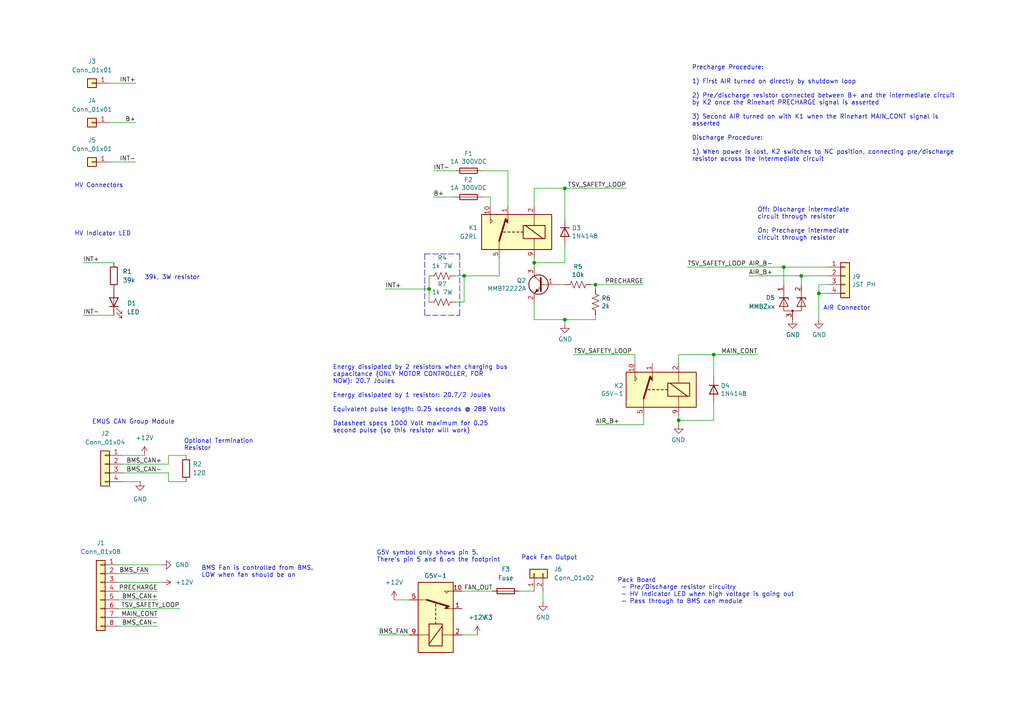
<source format=kicad_sch>
(kicad_sch (version 20211123) (generator eeschema)
  (paper "A4")
  (lib_symbols
    (symbol "Connector_Generic:Conn_01x01" (pin_names (offset 1.016) hide)
      (property "Reference" "J" (at 0 2.54 0))
      (property "Value" "Conn_01x01" (at 0 -2.54 0))
      (symbol "Conn_01x01_1_1"
        (rectangle (start -1.27 0.127) (end 0 -0.127) (stroke (width 0.1524)))
        (rectangle (start -1.27 1.27) (end 1.27 -1.27) (stroke (width 0.254)) (fill (type background)))
        (pin passive line (at -5.08 0 0) (length 3.81) (name "Pin_1") (number "1"))
      )
    )
    (symbol "Connector_Generic:Conn_01x02" (pin_names (offset 1.016) hide)
      (property "Reference" "J" (at 0 2.54 0))
      (property "Value" "Conn_01x02" (at 0 -5.08 0))
      (symbol "Conn_01x02_1_1"
        (rectangle (start -1.27 -2.413) (end 0 -2.667) (stroke (width 0.1524)))
        (rectangle (start -1.27 0.127) (end 0 -0.127) (stroke (width 0.1524)))
        (rectangle (start -1.27 1.27) (end 1.27 -3.81) (stroke (width 0.254)) (fill (type background)))
        (pin passive line (at -5.08 0 0) (length 3.81) (name "Pin_1") (number "1"))
        (pin passive line (at -5.08 -2.54 0) (length 3.81) (name "Pin_2") (number "2"))
      )
    )
    (symbol "Connector_Generic:Conn_01x04" (pin_names (offset 1.016) hide)
      (property "Reference" "J" (at 0 5.08 0))
      (property "Value" "Conn_01x04" (at 0 -7.62 0))
      (symbol "Conn_01x04_1_1"
        (rectangle (start -1.27 -4.953) (end 0 -5.207) (stroke (width 0.1524)))
        (rectangle (start -1.27 -2.413) (end 0 -2.667) (stroke (width 0.1524)))
        (rectangle (start -1.27 0.127) (end 0 -0.127) (stroke (width 0.1524)))
        (rectangle (start -1.27 2.667) (end 0 2.413) (stroke (width 0.1524)))
        (rectangle (start -1.27 3.81) (end 1.27 -6.35) (stroke (width 0.254)) (fill (type background)))
        (pin passive line (at -5.08 2.54 0) (length 3.81) (name "Pin_1") (number "1"))
        (pin passive line (at -5.08 0 0) (length 3.81) (name "Pin_2") (number "2"))
        (pin passive line (at -5.08 -2.54 0) (length 3.81) (name "Pin_3") (number "3"))
        (pin passive line (at -5.08 -5.08 0) (length 3.81) (name "Pin_4") (number "4"))
      )
    )
    (symbol "Connector_Generic:Conn_01x08" (pin_names (offset 1.016) hide)
      (property "Reference" "J" (at 0 10.16 0))
      (property "Value" "Conn_01x08" (at 0 -12.7 0))
      (symbol "Conn_01x08_1_1"
        (rectangle (start -1.27 -10.033) (end 0 -10.287) (stroke (width 0.1524)))
        (rectangle (start -1.27 -7.493) (end 0 -7.747) (stroke (width 0.1524)))
        (rectangle (start -1.27 -4.953) (end 0 -5.207) (stroke (width 0.1524)))
        (rectangle (start -1.27 -2.413) (end 0 -2.667) (stroke (width 0.1524)))
        (rectangle (start -1.27 0.127) (end 0 -0.127) (stroke (width 0.1524)))
        (rectangle (start -1.27 2.667) (end 0 2.413) (stroke (width 0.1524)))
        (rectangle (start -1.27 5.207) (end 0 4.953) (stroke (width 0.1524)))
        (rectangle (start -1.27 7.747) (end 0 7.493) (stroke (width 0.1524)))
        (rectangle (start -1.27 8.89) (end 1.27 -11.43) (stroke (width 0.254)) (fill (type background)))
        (pin passive line (at -5.08 7.62 0) (length 3.81) (name "Pin_1") (number "1"))
        (pin passive line (at -5.08 5.08 0) (length 3.81) (name "Pin_2") (number "2"))
        (pin passive line (at -5.08 2.54 0) (length 3.81) (name "Pin_3") (number "3"))
        (pin passive line (at -5.08 0 0) (length 3.81) (name "Pin_4") (number "4"))
        (pin passive line (at -5.08 -2.54 0) (length 3.81) (name "Pin_5") (number "5"))
        (pin passive line (at -5.08 -5.08 0) (length 3.81) (name "Pin_6") (number "6"))
        (pin passive line (at -5.08 -7.62 0) (length 3.81) (name "Pin_7") (number "7"))
        (pin passive line (at -5.08 -10.16 0) (length 3.81) (name "Pin_8") (number "8"))
      )
    )
    (symbol "Device:Fuse" (pin_numbers hide) (pin_names (offset 0))
      (property "Reference" "F" (at 2.032 0 90))
      (property "Value" "Fuse" (at -1.905 0 90))
      (symbol "Fuse_0_1"
        (rectangle (start -0.762 -2.54) (end 0.762 2.54) (stroke (width 0.254)))
        (polyline (pts (xy 0 2.54) (xy 0 -2.54)))
      )
      (symbol "Fuse_1_1"
        (pin passive line (at 0 3.81 270) (length 1.27) (name "~") (number "1"))
        (pin passive line (at 0 -3.81 90) (length 1.27) (name "~") (number "2"))
      )
    )
    (symbol "Device:LED" (pin_numbers hide) (pin_names (offset 1.016) hide)
      (property "Reference" "D" (at 0 2.54 0))
      (property "Value" "LED" (at 0 -2.54 0))
      (symbol "LED_0_1"
        (polyline (pts (xy -1.27 -1.27) (xy -1.27 1.27)) (stroke (width 0.254)))
        (polyline (pts (xy -1.27 0) (xy 1.27 0)))
        (polyline (pts (xy 1.27 -1.27) (xy 1.27 1.27) (xy -1.27 0) (xy 1.27 -1.27)) (stroke (width 0.254)))
        (polyline (pts (xy -3.048 -0.762) (xy -4.572 -2.286) (xy -3.81 -2.286) (xy -4.572 -2.286) (xy -4.572 -1.524)))
        (polyline (pts (xy -1.778 -0.762) (xy -3.302 -2.286) (xy -2.54 -2.286) (xy -3.302 -2.286) (xy -3.302 -1.524)))
      )
      (symbol "LED_1_1"
        (pin passive line (at -3.81 0 0) (length 2.54) (name "K") (number "1"))
        (pin passive line (at 3.81 0 180) (length 2.54) (name "A") (number "2"))
      )
    )
    (symbol "Device:Q_NPN_BEC" (pin_names (offset 0) hide)
      (property "Reference" "Q" (at 5.08 1.27 0))
      (property "Value" "Q_NPN_BEC" (at 5.08 -1.27 0))
      (symbol "Q_NPN_BEC_0_1"
        (polyline (pts (xy 0.635 0.635) (xy 2.54 2.54)))
        (polyline (pts (xy 0.635 -0.635) (xy 2.54 -2.54) (xy 2.54 -2.54)))
        (polyline (pts (xy 0.635 1.905) (xy 0.635 -1.905) (xy 0.635 -1.905)) (stroke (width 0.508)))
        (polyline (pts (xy 1.27 -1.778) (xy 1.778 -1.27) (xy 2.286 -2.286) (xy 1.27 -1.778) (xy 1.27 -1.778)) (fill (type outline)))
        (circle (center 1.27 0) (radius 2.8194) (stroke (width 0.254)))
      )
      (symbol "Q_NPN_BEC_1_1"
        (pin input line (at -5.08 0 0) (length 5.715) (name "B") (number "1"))
        (pin passive line (at 2.54 -5.08 90) (length 2.54) (name "E") (number "2"))
        (pin passive line (at 2.54 5.08 270) (length 2.54) (name "C") (number "3"))
      )
    )
    (symbol "Device:R" (pin_numbers hide) (pin_names (offset 0))
      (property "Reference" "R" (at 2.032 0 90))
      (property "Value" "R" (at 0 0 90))
      (symbol "R_0_1"
        (rectangle (start -1.016 -2.54) (end 1.016 2.54) (stroke (width 0.254)))
      )
      (symbol "R_1_1"
        (pin passive line (at 0 3.81 270) (length 1.27) (name "~") (number "1"))
        (pin passive line (at 0 -3.81 90) (length 1.27) (name "~") (number "2"))
      )
    )
    (symbol "Device:R_US" (pin_numbers hide) (pin_names (offset 0))
      (property "Reference" "R" (at 2.54 0 90))
      (property "Value" "R_US" (at -2.54 0 90))
      (symbol "R_US_0_1"
        (polyline (pts (xy 0 -2.286) (xy 0 -2.54)))
        (polyline (pts (xy 0 2.286) (xy 0 2.54)))
        (polyline (pts (xy 0 -0.762) (xy 1.016 -1.143) (xy 0 -1.524) (xy -1.016 -1.905) (xy 0 -2.286)))
        (polyline (pts (xy 0 0.762) (xy 1.016 0.381) (xy 0 0) (xy -1.016 -0.381) (xy 0 -0.762)))
        (polyline (pts (xy 0 2.286) (xy 1.016 1.905) (xy 0 1.524) (xy -1.016 1.143) (xy 0 0.762)))
      )
      (symbol "R_US_1_1"
        (pin passive line (at 0 3.81 270) (length 1.27) (name "~") (number "1"))
        (pin passive line (at 0 -3.81 90) (length 1.27) (name "~") (number "2"))
      )
    )
    (symbol "Diode:1N4148" (pin_numbers hide) (pin_names (offset 1.016) hide)
      (property "Reference" "D" (at 0 2.54 0))
      (property "Value" "1N4148" (at 0 -2.54 0))
      (symbol "1N4148_0_1"
        (polyline (pts (xy -1.27 1.27) (xy -1.27 -1.27)) (stroke (width 0.254)))
        (polyline (pts (xy 1.27 0) (xy -1.27 0)))
        (polyline (pts (xy 1.27 1.27) (xy 1.27 -1.27) (xy -1.27 0) (xy 1.27 1.27)) (stroke (width 0.254)))
      )
      (symbol "1N4148_1_1"
        (pin passive line (at -3.81 0 0) (length 2.54) (name "K") (number "1"))
        (pin passive line (at 3.81 0 180) (length 2.54) (name "A") (number "2"))
      )
    )
    (symbol "Diode:MMBZxx" (pin_names (offset 1.016) hide)
      (property "Reference" "D" (at 3.81 2.54 0))
      (property "Value" "MMBZxx" (at 3.81 0 0))
      (symbol "MMBZxx_0_1"
        (circle (center 0 -2.54) (radius 0.254) (fill (type outline)))
        (polyline (pts (xy -2.54 -1.27) (xy -2.54 2.54)))
        (polyline (pts (xy 2.54 -1.27) (xy 2.54 2.54)))
        (polyline (pts (xy -3.81 1.27) (xy -1.27 1.27) (xy -1.27 0.762)) (stroke (width 0.254)))
        (polyline (pts (xy 1.27 1.27) (xy 3.81 1.27) (xy 3.81 0.762)) (stroke (width 0.254)))
        (polyline (pts (xy -2.54 0) (xy -2.54 -2.54) (xy 2.54 -2.54) (xy 2.54 0)))
      )
      (symbol "MMBZxx_1_1"
        (polyline (pts (xy -3.81 -1.27) (xy -1.27 -1.27) (xy -2.54 1.27) (xy -3.81 -1.27)) (stroke (width 0.2032)))
        (polyline (pts (xy 1.27 -1.27) (xy 3.81 -1.27) (xy 2.54 1.27) (xy 1.27 -1.27)) (stroke (width 0.2032)))
        (pin passive line (at -2.54 5.08 270) (length 2.54) (name "K") (number "1"))
        (pin passive line (at 2.54 5.08 270) (length 2.54) (name "K") (number "2"))
        (pin passive line (at 0 -5.08 90) (length 2.54) (name "A") (number "3"))
      )
    )
    (symbol "G5V-1_1"
      (property "Reference" "K3" (at 0 15.24 90))
      (property "Value" "G5V-1_1" (at 0 12.7 90))
      (symbol "G5V-1_1_0_0"
        (polyline (pts (xy 7.62 5.08) (xy 7.62 2.54) (xy 6.985 3.175) (xy 7.62 3.81)))
      )
      (symbol "G5V-1_1_0_1"
        (rectangle (start -10.16 5.08) (end 10.16 -5.08) (stroke (width 0.254)) (fill (type background)))
        (rectangle (start -8.255 1.905) (end -1.905 -1.905) (stroke (width 0.254)))
        (polyline (pts (xy -7.62 -1.905) (xy -2.54 1.905)) (stroke (width 0.254)))
        (polyline (pts (xy -5.08 -5.08) (xy -5.08 -1.905)))
        (polyline (pts (xy -5.08 5.08) (xy -5.08 1.905)))
        (polyline (pts (xy -1.905 0) (xy -1.27 0)) (stroke (width 0.254)))
        (polyline (pts (xy -0.635 0) (xy 0 0)) (stroke (width 0.254)))
        (polyline (pts (xy 0.635 0) (xy 1.27 0)) (stroke (width 0.254)))
        (polyline (pts (xy 1.905 0) (xy 2.54 0)) (stroke (width 0.254)))
        (polyline (pts (xy 3.175 0) (xy 3.81 0)) (stroke (width 0.254)))
        (polyline (pts (xy 5.08 -2.54) (xy 3.175 3.81)) (stroke (width 0.508)))
        (polyline (pts (xy 5.08 -2.54) (xy 5.08 -5.08)))
        (polyline (pts (xy 2.54 5.08) (xy 2.54 2.54) (xy 3.175 3.175) (xy 2.54 3.81)) (fill (type outline)))
      )
      (symbol "G5V-1_1_1_1"
        (pin passive line (at 2.54 7.62 270) (length 2.54) (name "~") (number "1"))
        (pin passive line (at 7.62 7.62 270) (length 2.54) (name "~") (number "10"))
        (pin passive line (at -5.08 7.62 270) (length 2.54) (name "~") (number "2"))
        (pin passive line (at 5.08 -7.62 90) (length 2.54) (name "~") (number "5"))
        (pin passive line (at 5.08 -7.62 90) (length 2.54) hide (name "~") (number "6"))
        (pin passive line (at -5.08 -7.62 90) (length 2.54) (name "~") (number "9"))
      )
    )
    (symbol "Relay:G5V-1"
      (property "Reference" "K" (at 11.43 3.81 0))
      (property "Value" "G5V-1" (at 11.43 1.27 0))
      (symbol "G5V-1_0_0"
        (polyline (pts (xy 7.62 5.08) (xy 7.62 2.54) (xy 6.985 3.175) (xy 7.62 3.81)))
      )
      (symbol "G5V-1_0_1"
        (rectangle (start -10.16 5.08) (end 10.16 -5.08) (stroke (width 0.254)) (fill (type background)))
        (rectangle (start -8.255 1.905) (end -1.905 -1.905) (stroke (width 0.254)))
        (polyline (pts (xy -7.62 -1.905) (xy -2.54 1.905)) (stroke (width 0.254)))
        (polyline (pts (xy -5.08 -5.08) (xy -5.08 -1.905)))
        (polyline (pts (xy -5.08 5.08) (xy -5.08 1.905)))
        (polyline (pts (xy -1.905 0) (xy -1.27 0)) (stroke (width 0.254)))
        (polyline (pts (xy -0.635 0) (xy 0 0)) (stroke (width 0.254)))
        (polyline (pts (xy 0.635 0) (xy 1.27 0)) (stroke (width 0.254)))
        (polyline (pts (xy 1.905 0) (xy 2.54 0)) (stroke (width 0.254)))
        (polyline (pts (xy 3.175 0) (xy 3.81 0)) (stroke (width 0.254)))
        (polyline (pts (xy 5.08 -2.54) (xy 3.175 3.81)) (stroke (width 0.508)))
        (polyline (pts (xy 5.08 -2.54) (xy 5.08 -5.08)))
        (polyline (pts (xy 2.54 5.08) (xy 2.54 2.54) (xy 3.175 3.175) (xy 2.54 3.81)) (fill (type outline)))
      )
      (symbol "G5V-1_1_1"
        (pin passive line (at 2.54 7.62 270) (length 2.54) (name "~") (number "1"))
        (pin passive line (at 7.62 7.62 270) (length 2.54) (name "~") (number "10"))
        (pin passive line (at -5.08 7.62 270) (length 2.54) (name "~") (number "2"))
        (pin passive line (at 5.08 -7.62 90) (length 2.54) (name "~") (number "5"))
        (pin passive line (at 5.08 -7.62 90) (length 2.54) hide (name "~") (number "6"))
        (pin passive line (at -5.08 -7.62 90) (length 2.54) (name "~") (number "9"))
      )
    )
    (symbol "power:+12V" (power) (pin_names (offset 0))
      (property "Value" "+12V" (at 0 3.556 0))
      (symbol "+12V_0_1"
        (polyline (pts (xy -0.762 1.27) (xy 0 2.54)))
        (polyline (pts (xy 0 0) (xy 0 2.54)))
        (polyline (pts (xy 0 2.54) (xy 0.762 1.27)))
      )
      (symbol "+12V_1_1"
        (pin power_in line (at 0 0 90) (length 0) hide (name "+12V") (number "1"))
      )
    )
    (symbol "power:GND" (power) (pin_names (offset 0))
      (property "Value" "GND" (at 0 -3.81 0))
      (symbol "GND_0_1"
        (polyline (pts (xy 0 0) (xy 0 -1.27) (xy 1.27 -1.27) (xy 0 -2.54) (xy -1.27 -1.27) (xy 0 -1.27)))
      )
      (symbol "GND_1_1"
        (pin power_in line (at 0 0 270) (length 0) hide (name "GND") (number "1"))
      )
    )
  )
  (junction (at 227.33 77.47))
  (junction (at 124.46 83.82))
  (junction (at 172.72 82.55))
  (junction (at 163.83 92.71))
  (junction (at 232.41 80.01))
  (junction (at 154.94 76.2))
  (junction (at 134.62 80.01))
  (junction (at 237.49 85.09))
  (junction (at 196.85 121.92))
  (junction (at 163.83 54.61))
  (junction (at 207.01 102.87))
  (wire (pts (xy 154.94 54.61) (xy 163.83 54.61)))
  (wire (pts (xy 31.75 24.13) (xy 39.37 24.13)))
  (wire (pts (xy 124.46 83.82) (xy 124.46 80.01)))
  (wire (pts (xy 132.08 57.15) (xy 125.73 57.15)))
  (wire (pts (xy 124.46 83.82) (xy 111.76 83.82)))
  (polyline (pts (xy 133.35 73.66) (xy 133.35 91.44)))
  (wire (pts (xy 147.32 59.69) (xy 147.32 49.53)))
  (wire (pts (xy 227.33 77.47) (xy 240.03 77.47)))
  (wire (pts (xy 232.41 80.01) (xy 240.03 80.01)))
  (wire (pts (xy 34.29 166.37) (xy 43.18 166.37)))
  (wire (pts (xy 31.75 46.99) (xy 39.37 46.99)))
  (wire (pts (xy 154.94 74.93) (xy 154.94 76.2)))
  (wire (pts (xy 163.83 92.71) (xy 172.72 92.71)))
  (wire (pts (xy 154.94 87.63) (xy 154.94 92.71)))
  (wire (pts (xy 24.13 76.2) (xy 33.02 76.2)))
  (wire (pts (xy 157.48 171.45) (xy 157.48 174.625)))
  (wire (pts (xy 134.62 87.63) (xy 134.62 80.01)))
  (wire (pts (xy 31.75 35.56) (xy 39.37 35.56)))
  (wire (pts (xy 132.08 87.63) (xy 134.62 87.63)))
  (wire (pts (xy 154.94 92.71) (xy 163.83 92.71)))
  (wire (pts (xy 240.03 85.09) (xy 237.49 85.09)))
  (wire (pts (xy 207.01 121.92) (xy 207.01 116.84)))
  (wire (pts (xy 133.985 171.45) (xy 142.875 171.45)))
  (wire (pts (xy 207.01 109.22) (xy 207.01 102.87)))
  (polyline (pts (xy 123.19 91.44) (xy 133.35 91.44)))
  (wire (pts (xy 35.56 139.7) (xy 40.64 139.7)))
  (wire (pts (xy 34.29 171.45) (xy 45.72 171.45)))
  (wire (pts (xy 163.83 76.2) (xy 163.83 71.12)))
  (wire (pts (xy 48.895 132.08) (xy 53.975 132.08)))
  (wire (pts (xy 24.13 91.44) (xy 33.02 91.44)))
  (wire (pts (xy 48.895 137.16) (xy 48.895 139.7)))
  (wire (pts (xy 142.24 59.69) (xy 142.24 57.15)))
  (wire (pts (xy 154.94 76.2) (xy 163.83 76.2)))
  (wire (pts (xy 163.83 54.61) (xy 181.61 54.61)))
  (polyline (pts (xy 123.19 73.66) (xy 123.19 91.44)))
  (wire (pts (xy 150.495 171.45) (xy 154.94 171.45)))
  (wire (pts (xy 232.41 80.01) (xy 217.17 80.01)))
  (wire (pts (xy 240.03 82.55) (xy 237.49 82.55)))
  (wire (pts (xy 134.62 80.01) (xy 144.78 80.01)))
  (wire (pts (xy 34.29 163.83) (xy 46.99 163.83)))
  (wire (pts (xy 34.29 168.91) (xy 46.99 168.91)))
  (wire (pts (xy 162.56 82.55) (xy 163.83 82.55)))
  (wire (pts (xy 186.69 120.65) (xy 186.69 123.19)))
  (wire (pts (xy 34.29 179.07) (xy 45.72 179.07)))
  (wire (pts (xy 124.46 83.82) (xy 124.46 87.63)))
  (wire (pts (xy 184.15 105.41) (xy 184.15 102.87)))
  (wire (pts (xy 196.85 102.87) (xy 207.01 102.87)))
  (wire (pts (xy 172.72 83.82) (xy 172.72 82.55)))
  (wire (pts (xy 147.32 49.53) (xy 139.7 49.53)))
  (wire (pts (xy 48.895 134.62) (xy 48.895 132.08)))
  (wire (pts (xy 171.45 82.55) (xy 172.72 82.55)))
  (wire (pts (xy 132.08 49.53) (xy 125.73 49.53)))
  (wire (pts (xy 237.49 82.55) (xy 237.49 85.09)))
  (wire (pts (xy 172.72 92.71) (xy 172.72 91.44)))
  (wire (pts (xy 207.01 102.87) (xy 219.71 102.87)))
  (wire (pts (xy 163.83 63.5) (xy 163.83 54.61)))
  (wire (pts (xy 114.3 173.99) (xy 118.745 173.99)))
  (wire (pts (xy 35.56 132.08) (xy 41.91 132.08)))
  (wire (pts (xy 232.41 82.55) (xy 232.41 80.01)))
  (wire (pts (xy 142.24 57.15) (xy 139.7 57.15)))
  (wire (pts (xy 132.08 80.01) (xy 134.62 80.01)))
  (wire (pts (xy 154.94 76.2) (xy 154.94 77.47)))
  (wire (pts (xy 196.85 121.92) (xy 196.85 120.65)))
  (wire (pts (xy 184.15 102.87) (xy 166.37 102.87)))
  (wire (pts (xy 35.56 137.16) (xy 48.895 137.16)))
  (polyline (pts (xy 123.19 73.66) (xy 133.35 73.66)))
  (wire (pts (xy 34.29 181.61) (xy 45.72 181.61)))
  (wire (pts (xy 34.29 173.99) (xy 45.72 173.99)))
  (wire (pts (xy 34.29 176.53) (xy 52.07 176.53)))
  (wire (pts (xy 163.83 92.71) (xy 163.83 93.98)))
  (wire (pts (xy 186.69 123.19) (xy 172.72 123.19)))
  (wire (pts (xy 199.39 77.47) (xy 227.33 77.47)))
  (wire (pts (xy 196.85 105.41) (xy 196.85 102.87)))
  (wire (pts (xy 196.85 123.19) (xy 196.85 121.92)))
  (wire (pts (xy 133.985 184.15) (xy 138.43 184.15)))
  (wire (pts (xy 172.72 82.55) (xy 186.69 82.55)))
  (wire (pts (xy 144.78 74.93) (xy 144.78 80.01)))
  (wire (pts (xy 35.56 134.62) (xy 48.895 134.62)))
  (wire (pts (xy 118.745 184.15) (xy 109.855 184.15)))
  (wire (pts (xy 196.85 121.92) (xy 207.01 121.92)))
  (wire (pts (xy 227.33 82.55) (xy 227.33 77.47)))
  (wire (pts (xy 154.94 59.69) (xy 154.94 54.61)))
  (wire (pts (xy 237.49 85.09) (xy 237.49 92.71)))
  (wire (pts (xy 48.895 139.7) (xy 53.975 139.7)))
  (text "EMUS CAN Group Module" (at 26.67 123.19 0) (effects (font (size 1.27 1.27)) (justify left bottom)))
  (text "Precharge Procedure:\n\n1) First AIR turned on directly by shutdown loop\n\n2) Pre/discharge resistor connected between B+ and the intermediate circuit\nby K2 once the Rinehart PRECHARGE signal is asserted\n\n3) Second AIR turned on with K1 when the Rinehart MAIN_CONT signal is\nasserted\n\nDischarge Procedure:\n\n1) When power is lost, K2 switches to NC position, connecting pre/discharge\nresistor across the intermediate circuit" (at 200.66 46.99 0) (effects (font (size 1.27 1.27)) (justify left bottom)))
  (text "AIR Connector" (at 238.76 90.17 0) (effects (font (size 1.27 1.27)) (justify left bottom)))
  (text "39k, 3W resistor" (at 41.91 81.28 0) (effects (font (size 1.27 1.27)) (justify left bottom)))
  (text "Pack Fan Output" (at 151.13 162.56 0) (effects (font (size 1.27 1.27)) (justify left bottom)))
  (text "Energy dissipated by 2 resistors when charging bus\ncapacitance (ONLY MOTOR CONTROLLER, FOR\nNOW): 20.7 Joules\n\nEnergy dissipated by 1 resistor: 20.7/2 Joules\n\nEquivalent pulse length: 0.25 seconds @ 288 Volts\n\nDatasheet specs 1000 Volt maximum for 0.25\nsecond pulse (so this resistor will work)" (at 96.52 125.73 0) (effects (font (size 1.27 1.27)) (justify left bottom)))
  (text "Optional Termination\nResistor" (at 53.34 130.81 0) (effects (font (size 1.27 1.27)) (justify left bottom)))
  (text "Off: Discharge intermediate\ncircuit through resistor\n\nOn: Precharge intermediate\ncircuit through resistor" (at 219.71 69.85 0) (effects (font (size 1.27 1.27)) (justify left bottom)))
  (text "G5V symbol only shows pin 5. \nThere's pin 5 and 6 on the footprint" (at 109.22 163.195 0) (effects (font (size 1.27 1.27)) (justify left bottom)))
  (text "HV Connectors" (at 21.59 54.61 0) (effects (font (size 1.27 1.27)) (justify left bottom)))
  (text "BMS Fan is controlled from BMS. \nLOW when fan should be on" (at 58.42 167.64 0) (effects (font (size 1.27 1.27)) (justify left bottom)))
  (text "Pack Board\n - Pre/Discharge resistor circuitry\n - HV Indicator LED when high voltage is going out\n - Pass through to BMS can module" (at 179.07 175.26 0) (effects (font (size 1.27 1.27)) (justify left bottom)))
  (text "HV Indicator LED" (at 21.59 68.58 0) (effects (font (size 1.27 1.27)) (justify left bottom)))
  (label "TSV_SAFETY_LOOP" (at 181.61 54.61 180))
  (label "INT+" (at 24.13 76.2 0))
  (label "AIR_B+" (at 217.17 80.01 0))
  (label "AIR_B-" (at 217.17 77.47 0))
  (label "INT-" (at 39.37 46.99 180))
  (label "PRECHARGE" (at 45.72 171.45 180))
  (label "BMS_CAN+" (at 46.99 134.62 180))
  (label "MAIN_CONT" (at 219.71 102.87 180))
  (label "INT-" (at 24.13 91.44 0))
  (label "TSV_SAFETY_LOOP" (at 52.07 176.53 180))
  (label "BMS_FAN" (at 43.18 166.37 180))
  (label "MAIN_CONT" (at 45.72 179.07 180))
  (label "TSV_SAFETY_LOOP" (at 360.68 205.74 180))
  (label "B+" (at 39.37 35.56 180))
  (label "AIR_B+" (at 172.72 123.19 0))
  (label "BMS_CAN-" (at 46.99 137.16 180))
  (label "TSV_SAFETY_LOOP" (at 166.37 102.87 0))
  (label "FAN_OUT" (at 142.875 171.45 180))
  (label "INT+" (at 39.37 24.13 180))
  (label "BMS_CAN-" (at 45.72 181.61 180))
  (label "BMS_CAN+" (at 45.72 173.99 180))
  (label "B+" (at 125.73 57.15 0))
  (label "INT-" (at 125.73 49.53 0))
  (label "PRECHARGE" (at 186.69 82.55 180))
  (label "INT+" (at 111.76 83.82 0))
  (label "TSV_SAFETY_LOOP" (at 199.39 77.47 0))
  (label "BMS_FAN" (at 109.855 184.15 0))
  (symbol (lib_id "Diode:MMBZxx") (at 229.87 87.63 0) (unit 1)
    (property "Reference" "D5" (at 224.79 86.36 0) (effects (justify right)))
    (property "Value" "MMBZxx" (at 224.79 88.9 0) (effects (justify right)))
    (property "Footprint" "Package_TO_SOT_SMD:SOT-23" (effects hide))
    (property "Datasheet" "http://www.onsemi.com/pub/Collateral/MMBZ5V6ALT1-D.PDF" (effects hide))
  )
  (symbol (lib_id "Connector_Generic:Conn_01x04") (at 245.11 80.01 0) (unit 1)
    (property "Reference" "J9" (at 247.142 80.2132 0) (effects (justify left)))
    (property "Value" "JST PH" (at 247.142 82.5246 0) (effects (justify left)))
    (property "Footprint" "Connector_JST:JST_PH_B4B-PH-K_1x04_P2.00mm_Vertical" (effects hide))
  )
  (symbol (lib_id "power:GND") (at 237.49 92.71 0) (unit 1)
    (property "Reference" "#PWR0124" (effects hide))
    (property "Value" "GND" (at 237.617 97.1042 0))
  )
  (symbol (lib_id "power:GND") (at 229.87 92.71 0) (unit 1)
    (property "Reference" "#PWR0125" (effects hide))
    (property "Value" "GND" (at 229.997 97.1042 0))
  )
  (symbol (lib_id "Relay:G5V-1") (at 149.86 67.31 0) (mirror y) (unit 1)
    (property "Reference" "K1" (at 135.89 66.04 0) (effects (justify right)))
    (property "Value" "G2RL" (at 133.35 68.58 0) (effects (justify right)))
    (property "Footprint" "AERO_Footprints:G2RL" (effects hide))
    (property "Datasheet" "http://omronfs.omron.com/en_US/ecb/products/pdf/en-g5v_1.pdf" (effects hide))
  )
  (symbol (lib_id "power:GND") (at 163.83 93.98 0) (unit 1)
    (property "Reference" "#PWR0126" (effects hide))
    (property "Value" "GND" (at 163.957 98.3742 0))
  )
  (symbol (lib_id "Relay:G5V-1") (at 191.77 113.03 0) (mirror y) (unit 1)
    (property "Reference" "K2" (at 180.848 111.8616 0) (effects (justify left)))
    (property "Value" "G5V-1" (at 180.848 114.173 0) (effects (justify left)))
    (property "Footprint" "Relay_THT:Relay_SPDT_Omron_G5V-1" (effects hide))
    (property "Datasheet" "http://omronfs.omron.com/en_US/ecb/products/pdf/en-g5v_1.pdf" (effects hide))
  )
  (symbol (lib_id "power:GND") (at 196.85 123.19 0) (mirror y) (unit 1)
    (property "Reference" "#PWR0127" (effects hide))
    (property "Value" "GND" (at 196.723 127.5842 0))
  )
  (symbol (lib_id "Device:R_US") (at 128.27 80.01 270) (unit 1)
    (property "Reference" "R4" (at 128.27 74.803 90))
    (property "Value" "1k 7W" (at 128.27 77.1144 90))
    (property "Footprint" "Resistor_THT:R_Axial_Power_L25.0mm_W9.0mm_P30.48mm" (effects hide))
    (property "MFR P/N" "AC07000001001JAC00" (effects hide))
  )
  (symbol (lib_id "Device:Q_NPN_BEC") (at 157.48 82.55 0) (mirror y) (unit 1)
    (property "Reference" "Q2" (at 152.6286 81.3816 0) (effects (justify left)))
    (property "Value" "MMBT2222A" (at 152.6286 83.693 0) (effects (justify left)))
    (property "Footprint" "Package_TO_SOT_SMD:SOT-23" (effects hide))
  )
  (symbol (lib_id "Device:R_US") (at 172.72 87.63 180) (unit 1)
    (property "Reference" "R6" (at 174.4472 86.4616 0) (effects (justify right)))
    (property "Value" "2k" (at 174.4472 88.773 0) (effects (justify right)))
    (property "Footprint" "Resistor_SMD:R_0603_1608Metric" (effects hide))
  )
  (symbol (lib_id "Device:R_US") (at 167.64 82.55 90) (unit 1)
    (property "Reference" "R5" (at 167.64 77.343 90))
    (property "Value" "10k" (at 167.64 79.6544 90))
    (property "Footprint" "Resistor_SMD:R_0603_1608Metric" (effects hide))
  )
  (symbol (lib_id "Device:Fuse") (at 135.89 57.15 270) (unit 1)
    (property "Reference" "F2" (at 135.89 52.1462 90))
    (property "Value" "1A 300VDC" (at 135.89 54.4576 90))
    (property "Footprint" "AERO_Footprints:Fuseholder_Cylinder-5x20mm_Schurter_0031_8201_Horizontal_Open_3d" (effects hide))
  )
  (symbol (lib_id "Device:Fuse") (at 135.89 49.53 270) (unit 1)
    (property "Reference" "F1" (at 135.89 44.5262 90))
    (property "Value" "1A 300VDC" (at 135.89 46.8376 90))
    (property "Footprint" "AERO_Footprints:Fuseholder_Cylinder-5x20mm_Schurter_0031_8201_Horizontal_Open_3d" (effects hide))
  )
  (symbol (lib_id "Diode:1N4148") (at 163.83 67.31 270) (unit 1)
    (property "Reference" "D3" (at 165.8366 66.1416 90) (effects (justify left)))
    (property "Value" "1N4148" (at 165.8366 68.453 90) (effects (justify left)))
    (property "Footprint" "Diode_SMD:D_MiniMELF" (effects hide))
    (property "Datasheet" "http://www.nxp.com/documents/data_sheet/1N4148_1N4448.pdf" (effects hide))
  )
  (symbol (lib_id "Diode:1N4148") (at 207.01 113.03 270) (unit 1)
    (property "Reference" "D4" (at 209.0166 111.8616 90) (effects (justify left)))
    (property "Value" "1N4148" (at 209.0166 114.173 90) (effects (justify left)))
    (property "Footprint" "Diode_SMD:D_MiniMELF" (effects hide))
    (property "Datasheet" "http://www.nxp.com/documents/data_sheet/1N4148_1N4448.pdf" (effects hide))
  )
  (symbol (lib_id "Device:R_US") (at 128.27 87.63 270) (unit 1)
    (property "Reference" "R7" (at 128.27 82.423 90))
    (property "Value" "1k 7W" (at 128.27 84.7344 90))
    (property "Footprint" "Resistor_THT:R_Axial_Power_L25.0mm_W9.0mm_P30.48mm" (effects hide))
    (property "MFR P/N" "AC07000001001JAC00" (effects hide))
  )
  (symbol (lib_id "Connector_Generic:Conn_01x08") (at 29.21 171.45 0) (mirror y) (unit 1)
    (property "Reference" "J1" (at 29.21 157.48 0))
    (property "Value" "Conn_01x08" (at 29.21 160.02 0))
    (property "Footprint" "AERO_Footprints:TE_1-776276-1_8pin_Vertical" (effects hide))
  )
  (symbol (lib_id "Device:Fuse") (at 146.685 171.45 90) (unit 1)
    (property "Reference" "F3" (at 146.685 165.1 90))
    (property "Value" "Fuse" (at 146.685 167.64 90))
    (property "Footprint" "AERO_Footprints:Fuseholder_Blade_Mini_Keystone_3568" (effects hide))
  )
  (symbol (lib_id "power:+12V") (at 46.99 168.91 270) (unit 1)
    (property "Reference" "#PWR0102" (effects hide))
    (property "Value" "+12V" (at 50.8 168.9099 90) (effects (justify left)))
  )
  (symbol (lib_id "power:GND") (at 40.64 139.7 0) (unit 1)
    (property "Reference" "#PWR0104" (effects hide))
    (property "Value" "GND" (at 40.64 144.78 0))
  )
  (symbol (lib_name "G5V-1_1") (lib_id "Relay:G5V-1") (at 126.365 179.07 270) (mirror x) (unit 1)
    (property "Reference" "K3" (at 141.605 179.07 90))
    (property "Value" "G5V-1" (at 126.365 167.005 90))
    (property "Footprint" "Relay_THT:Relay_SPDT_Omron_G5V-1" (effects hide))
    (property "Datasheet" "http://omronfs.omron.com/en_US/ecb/products/pdf/en-g5v_1.pdf" (effects hide))
  )
  (symbol (lib_id "Device:R") (at 53.975 135.89 0) (unit 1)
    (property "Reference" "R2" (at 55.88 134.6199 0) (effects (justify left)))
    (property "Value" "120" (at 55.88 137.1599 0) (effects (justify left)))
    (property "Footprint" "Resistor_SMD:R_0603_1608Metric_Pad0.98x0.95mm_HandSolder" (effects hide))
  )
  (symbol (lib_id "Connector_Generic:Conn_01x01") (at 26.67 35.56 180) (unit 1)
    (property "Reference" "J4" (at 26.67 29.21 0))
    (property "Value" "Conn_01x01" (at 26.67 31.75 0))
    (property "Footprint" "Connector_Hirose:Hirose_DF63M-1P-3.96DSA_1x01_P3.96mm_Vertical" (effects hide))
  )
  (symbol (lib_id "Connector_Generic:Conn_01x01") (at 26.67 24.13 180) (unit 1)
    (property "Reference" "J3" (at 26.67 17.78 0))
    (property "Value" "Conn_01x01" (at 26.67 20.32 0))
    (property "Footprint" "Connector_Hirose:Hirose_DF63M-1P-3.96DSA_1x01_P3.96mm_Vertical" (effects hide))
  )
  (symbol (lib_id "Connector_Generic:Conn_01x04") (at 30.48 134.62 0) (mirror y) (unit 1)
    (property "Reference" "J2" (at 30.48 125.73 0))
    (property "Value" "Conn_01x04" (at 30.48 128.27 0))
    (property "Footprint" "Connector_JST:JST_XH_B4B-XH-A_1x04_P2.50mm_Vertical" (effects hide))
  )
  (symbol (lib_id "power:+12V") (at 41.91 132.08 0) (unit 1)
    (property "Reference" "#PWR0101" (effects hide))
    (property "Value" "+12V" (at 41.91 127 0))
  )
  (symbol (lib_id "Connector_Generic:Conn_01x02") (at 154.94 166.37 90) (unit 1)
    (property "Reference" "J6" (at 160.655 165.0999 90) (effects (justify right)))
    (property "Value" "Conn_01x02" (at 160.655 167.6399 90) (effects (justify right)))
    (property "Footprint" "Connector_JST:JST_XH_B2B-XH-A_1x02_P2.50mm_Vertical" (effects hide))
  )
  (symbol (lib_id "power:GND") (at 46.99 163.83 90) (unit 1)
    (property "Reference" "#PWR0103" (effects hide))
    (property "Value" "GND" (at 50.8 163.8299 90) (effects (justify right)))
  )
  (symbol (lib_id "Connector_Generic:Conn_01x01") (at 26.67 46.99 180) (unit 1)
    (property "Reference" "J5" (at 26.67 40.64 0))
    (property "Value" "Conn_01x01" (at 26.67 43.18 0))
    (property "Footprint" "Connector_Hirose:Hirose_DF63M-1P-3.96DSA_1x01_P3.96mm_Vertical" (effects hide))
  )
  (symbol (lib_id "power:+12V") (at 138.43 184.15 0) (unit 1)
    (property "Reference" "#PWR0106" (effects hide))
    (property "Value" "+12V" (at 138.43 179.07 0))
  )
  (symbol (lib_id "power:+12V") (at 114.3 173.99 0) (unit 1)
    (property "Reference" "#PWR0105" (effects hide))
    (property "Value" "+12V" (at 114.3 168.91 0))
  )
  (symbol (lib_id "Device:LED") (at 33.02 87.63 90) (unit 1)
    (property "Reference" "D1" (at 36.83 87.9474 90) (effects (justify right)))
    (property "Value" "LED" (at 36.83 90.4874 90) (effects (justify right)))
    (property "Footprint" "AERO_Footprints:LPA-C011301S-x LED 0805 LIGHT PIPE SINGLE VERT SMD" (effects hide))
  )
  (symbol (lib_id "power:GND") (at 157.48 174.625 0) (unit 1)
    (property "Reference" "#PWR0107" (effects hide))
    (property "Value" "GND" (at 157.48 179.07 0))
  )
  (symbol (lib_id "Device:R") (at 33.02 80.01 0) (unit 1)
    (property "Reference" "R1" (at 35.56 78.7399 0) (effects (justify left)))
    (property "Value" "39k" (at 35.56 81.2799 0) (effects (justify left)))
    (property "Footprint" "Resistor_THT:R_Axial_DIN0414_L11.9mm_D4.5mm_P25.40mm_Horizontal" (effects hide))
  )
)
</source>
